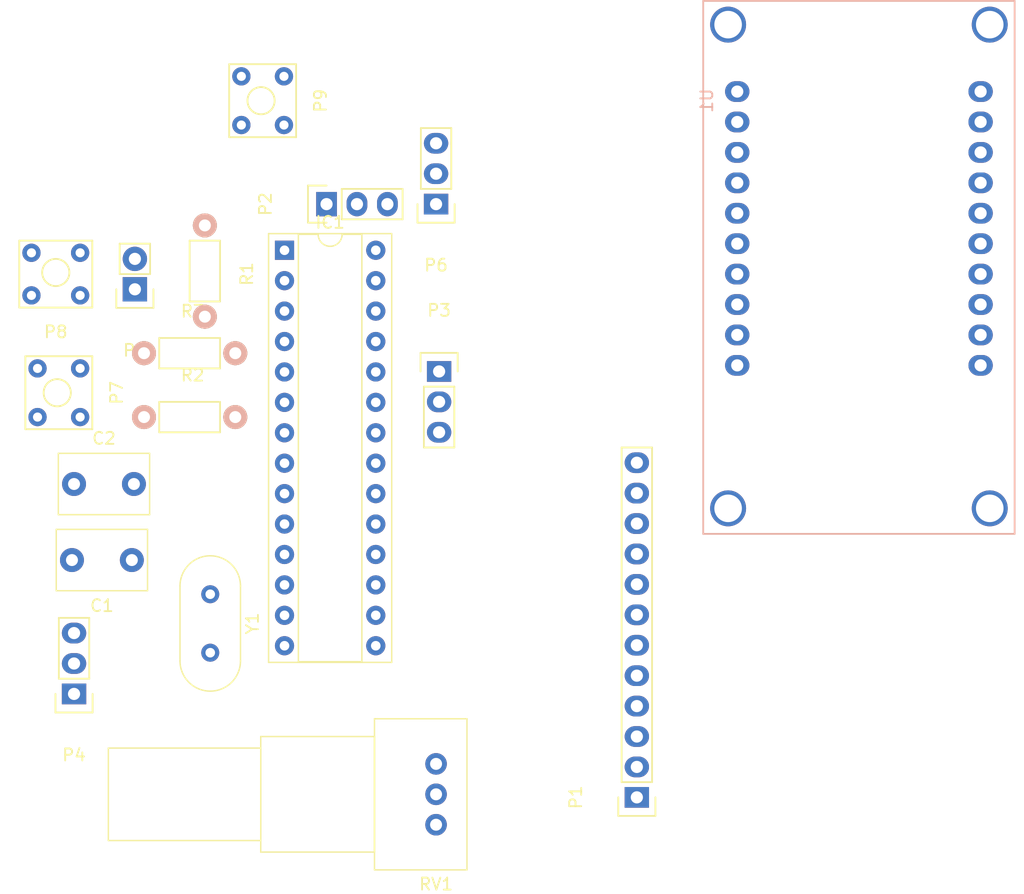
<source format=kicad_pcb>
(kicad_pcb (version 4) (host pcbnew 4.0.5+dfsg1-4)

  (general
    (links 56)
    (no_connects 56)
    (area 0 0 0 0)
    (thickness 1.6)
    (drawings 0)
    (tracks 0)
    (zones 0)
    (modules 18)
    (nets 46)
  )

  (page A4)
  (layers
    (0 F.Cu signal)
    (31 B.Cu signal)
    (32 B.Adhes user)
    (33 F.Adhes user)
    (34 B.Paste user)
    (35 F.Paste user)
    (36 B.SilkS user)
    (37 F.SilkS user)
    (38 B.Mask user)
    (39 F.Mask user)
    (40 Dwgs.User user)
    (41 Cmts.User user)
    (42 Eco1.User user)
    (43 Eco2.User user)
    (44 Edge.Cuts user)
    (45 Margin user)
    (46 B.CrtYd user)
    (47 F.CrtYd user)
    (48 B.Fab user)
    (49 F.Fab user)
  )

  (setup
    (last_trace_width 0.25)
    (trace_clearance 0.2)
    (zone_clearance 0.508)
    (zone_45_only no)
    (trace_min 0.2)
    (segment_width 0.2)
    (edge_width 0.1)
    (via_size 0.6)
    (via_drill 0.4)
    (via_min_size 0.4)
    (via_min_drill 0.3)
    (uvia_size 0.3)
    (uvia_drill 0.1)
    (uvias_allowed no)
    (uvia_min_size 0.2)
    (uvia_min_drill 0.1)
    (pcb_text_width 0.3)
    (pcb_text_size 1.5 1.5)
    (mod_edge_width 0.15)
    (mod_text_size 1 1)
    (mod_text_width 0.15)
    (pad_size 1.5 1.5)
    (pad_drill 0.6)
    (pad_to_mask_clearance 0)
    (aux_axis_origin 0 0)
    (visible_elements FFFFFF7F)
    (pcbplotparams
      (layerselection 0x00030_80000001)
      (usegerberextensions false)
      (excludeedgelayer true)
      (linewidth 0.100000)
      (plotframeref false)
      (viasonmask false)
      (mode 1)
      (useauxorigin false)
      (hpglpennumber 1)
      (hpglpenspeed 20)
      (hpglpendiameter 15)
      (hpglpenoverlay 2)
      (psnegative false)
      (psa4output false)
      (plotreference true)
      (plotvalue true)
      (plotinvisibletext false)
      (padsonsilk false)
      (subtractmaskfromsilk false)
      (outputformat 1)
      (mirror false)
      (drillshape 1)
      (scaleselection 1)
      (outputdirectory ""))
  )

  (net 0 "")
  (net 1 "Net-(C1-Pad1)")
  (net 2 GND)
  (net 3 "Net-(C2-Pad2)")
  (net 4 "Net-(IC1-Pad1)")
  (net 5 "Net-(IC1-Pad15)")
  (net 6 "Net-(IC1-Pad2)")
  (net 7 "Net-(IC1-Pad16)")
  (net 8 "Net-(IC1-Pad3)")
  (net 9 "Net-(IC1-Pad17)")
  (net 10 "Net-(IC1-Pad4)")
  (net 11 "Net-(IC1-Pad18)")
  (net 12 "Net-(IC1-Pad5)")
  (net 13 "Net-(IC1-Pad19)")
  (net 14 "Net-(IC1-Pad6)")
  (net 15 +5V)
  (net 16 "Net-(IC1-Pad23)")
  (net 17 "Net-(IC1-Pad24)")
  (net 18 "Net-(IC1-Pad11)")
  (net 19 "Net-(IC1-Pad25)")
  (net 20 "Net-(IC1-Pad12)")
  (net 21 "Net-(IC1-Pad26)")
  (net 22 "Net-(IC1-Pad13)")
  (net 23 "Net-(IC1-Pad27)")
  (net 24 "Net-(IC1-Pad14)")
  (net 25 "Net-(IC1-Pad28)")
  (net 26 "Net-(P1-Pad3)")
  (net 27 "Net-(P6-Pad2)")
  (net 28 "Net-(P6-Pad3)")
  (net 29 "Net-(P7-Pad3)")
  (net 30 "Net-(P7-Pad4)")
  (net 31 "Net-(P8-Pad3)")
  (net 32 "Net-(P8-Pad4)")
  (net 33 "Net-(P9-Pad3)")
  (net 34 "Net-(P9-Pad4)")
  (net 35 "Net-(U1-Pad7)")
  (net 36 "Net-(U1-Pad8)")
  (net 37 "Net-(U1-Pad11)")
  (net 38 "Net-(U1-Pad12)")
  (net 39 "Net-(U1-Pad13)")
  (net 40 "Net-(U1-Pad14)")
  (net 41 "Net-(U1-Pad15)")
  (net 42 "Net-(U1-Pad16)")
  (net 43 "Net-(U1-Pad17)")
  (net 44 "Net-(U1-Pad18)")
  (net 45 "Net-(U1-Pad19)")

  (net_class Default "This is the default net class."
    (clearance 0.2)
    (trace_width 0.25)
    (via_dia 0.6)
    (via_drill 0.4)
    (uvia_dia 0.3)
    (uvia_drill 0.1)
    (add_net +5V)
    (add_net GND)
    (add_net "Net-(C1-Pad1)")
    (add_net "Net-(C2-Pad2)")
    (add_net "Net-(IC1-Pad1)")
    (add_net "Net-(IC1-Pad11)")
    (add_net "Net-(IC1-Pad12)")
    (add_net "Net-(IC1-Pad13)")
    (add_net "Net-(IC1-Pad14)")
    (add_net "Net-(IC1-Pad15)")
    (add_net "Net-(IC1-Pad16)")
    (add_net "Net-(IC1-Pad17)")
    (add_net "Net-(IC1-Pad18)")
    (add_net "Net-(IC1-Pad19)")
    (add_net "Net-(IC1-Pad2)")
    (add_net "Net-(IC1-Pad23)")
    (add_net "Net-(IC1-Pad24)")
    (add_net "Net-(IC1-Pad25)")
    (add_net "Net-(IC1-Pad26)")
    (add_net "Net-(IC1-Pad27)")
    (add_net "Net-(IC1-Pad28)")
    (add_net "Net-(IC1-Pad3)")
    (add_net "Net-(IC1-Pad4)")
    (add_net "Net-(IC1-Pad5)")
    (add_net "Net-(IC1-Pad6)")
    (add_net "Net-(P1-Pad3)")
    (add_net "Net-(P6-Pad2)")
    (add_net "Net-(P6-Pad3)")
    (add_net "Net-(P7-Pad3)")
    (add_net "Net-(P7-Pad4)")
    (add_net "Net-(P8-Pad3)")
    (add_net "Net-(P8-Pad4)")
    (add_net "Net-(P9-Pad3)")
    (add_net "Net-(P9-Pad4)")
    (add_net "Net-(U1-Pad11)")
    (add_net "Net-(U1-Pad12)")
    (add_net "Net-(U1-Pad13)")
    (add_net "Net-(U1-Pad14)")
    (add_net "Net-(U1-Pad15)")
    (add_net "Net-(U1-Pad16)")
    (add_net "Net-(U1-Pad17)")
    (add_net "Net-(U1-Pad18)")
    (add_net "Net-(U1-Pad19)")
    (add_net "Net-(U1-Pad7)")
    (add_net "Net-(U1-Pad8)")
  )

  (module Capacitors_THT:C_Disc_D7.5mm_W5.0mm_P5.00mm (layer F.Cu) (tedit 597BC7C2) (tstamp 5B089E75)
    (at 127.254 70.866 180)
    (descr "C, Disc series, Radial, pin pitch=5.00mm, , diameter*width=7.5*5.0mm^2, Capacitor, http://www.vishay.com/docs/28535/vy2series.pdf")
    (tags "C Disc series Radial pin pitch 5.00mm  diameter 7.5mm width 5.0mm Capacitor")
    (path /5B05A901)
    (fp_text reference C1 (at 2.5 -3.81 180) (layer F.SilkS)
      (effects (font (size 1 1) (thickness 0.15)))
    )
    (fp_text value 22p (at 2.5 3.81 180) (layer F.Fab)
      (effects (font (size 1 1) (thickness 0.15)))
    )
    (fp_line (start -1.25 -2.5) (end -1.25 2.5) (layer F.Fab) (width 0.1))
    (fp_line (start -1.25 2.5) (end 6.25 2.5) (layer F.Fab) (width 0.1))
    (fp_line (start 6.25 2.5) (end 6.25 -2.5) (layer F.Fab) (width 0.1))
    (fp_line (start 6.25 -2.5) (end -1.25 -2.5) (layer F.Fab) (width 0.1))
    (fp_line (start -1.31 -2.56) (end 6.31 -2.56) (layer F.SilkS) (width 0.12))
    (fp_line (start -1.31 2.56) (end 6.31 2.56) (layer F.SilkS) (width 0.12))
    (fp_line (start -1.31 -2.56) (end -1.31 2.56) (layer F.SilkS) (width 0.12))
    (fp_line (start 6.31 -2.56) (end 6.31 2.56) (layer F.SilkS) (width 0.12))
    (fp_line (start -1.6 -2.85) (end -1.6 2.85) (layer F.CrtYd) (width 0.05))
    (fp_line (start -1.6 2.85) (end 6.6 2.85) (layer F.CrtYd) (width 0.05))
    (fp_line (start 6.6 2.85) (end 6.6 -2.85) (layer F.CrtYd) (width 0.05))
    (fp_line (start 6.6 -2.85) (end -1.6 -2.85) (layer F.CrtYd) (width 0.05))
    (fp_text user %R (at 2.5 0 180) (layer F.Fab)
      (effects (font (size 1 1) (thickness 0.15)))
    )
    (pad 1 thru_hole circle (at 0 0 180) (size 2 2) (drill 1) (layers *.Cu *.Mask)
      (net 1 "Net-(C1-Pad1)"))
    (pad 2 thru_hole circle (at 5 0 180) (size 2 2) (drill 1) (layers *.Cu *.Mask)
      (net 2 GND))
    (model ${KISYS3DMOD}/Capacitors_THT.3dshapes/C_Disc_D7.5mm_W5.0mm_P5.00mm.wrl
      (at (xyz 0 0 0))
      (scale (xyz 1 1 1))
      (rotate (xyz 0 0 0))
    )
  )

  (module Capacitors_THT:C_Disc_D7.5mm_W5.0mm_P5.00mm (layer F.Cu) (tedit 597BC7C2) (tstamp 5B089E7B)
    (at 122.428 64.516)
    (descr "C, Disc series, Radial, pin pitch=5.00mm, , diameter*width=7.5*5.0mm^2, Capacitor, http://www.vishay.com/docs/28535/vy2series.pdf")
    (tags "C Disc series Radial pin pitch 5.00mm  diameter 7.5mm width 5.0mm Capacitor")
    (path /5B05A955)
    (fp_text reference C2 (at 2.5 -3.81) (layer F.SilkS)
      (effects (font (size 1 1) (thickness 0.15)))
    )
    (fp_text value 22p (at 2.5 3.81) (layer F.Fab)
      (effects (font (size 1 1) (thickness 0.15)))
    )
    (fp_line (start -1.25 -2.5) (end -1.25 2.5) (layer F.Fab) (width 0.1))
    (fp_line (start -1.25 2.5) (end 6.25 2.5) (layer F.Fab) (width 0.1))
    (fp_line (start 6.25 2.5) (end 6.25 -2.5) (layer F.Fab) (width 0.1))
    (fp_line (start 6.25 -2.5) (end -1.25 -2.5) (layer F.Fab) (width 0.1))
    (fp_line (start -1.31 -2.56) (end 6.31 -2.56) (layer F.SilkS) (width 0.12))
    (fp_line (start -1.31 2.56) (end 6.31 2.56) (layer F.SilkS) (width 0.12))
    (fp_line (start -1.31 -2.56) (end -1.31 2.56) (layer F.SilkS) (width 0.12))
    (fp_line (start 6.31 -2.56) (end 6.31 2.56) (layer F.SilkS) (width 0.12))
    (fp_line (start -1.6 -2.85) (end -1.6 2.85) (layer F.CrtYd) (width 0.05))
    (fp_line (start -1.6 2.85) (end 6.6 2.85) (layer F.CrtYd) (width 0.05))
    (fp_line (start 6.6 2.85) (end 6.6 -2.85) (layer F.CrtYd) (width 0.05))
    (fp_line (start 6.6 -2.85) (end -1.6 -2.85) (layer F.CrtYd) (width 0.05))
    (fp_text user %R (at 2.5 0) (layer F.Fab)
      (effects (font (size 1 1) (thickness 0.15)))
    )
    (pad 1 thru_hole circle (at 0 0) (size 2 2) (drill 1) (layers *.Cu *.Mask)
      (net 2 GND))
    (pad 2 thru_hole circle (at 5 0) (size 2 2) (drill 1) (layers *.Cu *.Mask)
      (net 3 "Net-(C2-Pad2)"))
    (model ${KISYS3DMOD}/Capacitors_THT.3dshapes/C_Disc_D7.5mm_W5.0mm_P5.00mm.wrl
      (at (xyz 0 0 0))
      (scale (xyz 1 1 1))
      (rotate (xyz 0 0 0))
    )
  )

  (module Housings_DIP:DIP-28_W7.62mm_Socket (layer F.Cu) (tedit 59C78D6B) (tstamp 5B089E9B)
    (at 140 45)
    (descr "28-lead though-hole mounted DIP package, row spacing 7.62 mm (300 mils), Socket")
    (tags "THT DIP DIL PDIP 2.54mm 7.62mm 300mil Socket")
    (path /5B05A6CC)
    (fp_text reference IC1 (at 3.81 -2.33) (layer F.SilkS)
      (effects (font (size 1 1) (thickness 0.15)))
    )
    (fp_text value ATMEGA328P-P (at 3.81 35.35) (layer F.Fab)
      (effects (font (size 1 1) (thickness 0.15)))
    )
    (fp_arc (start 3.81 -1.33) (end 2.81 -1.33) (angle -180) (layer F.SilkS) (width 0.12))
    (fp_line (start 1.635 -1.27) (end 6.985 -1.27) (layer F.Fab) (width 0.1))
    (fp_line (start 6.985 -1.27) (end 6.985 34.29) (layer F.Fab) (width 0.1))
    (fp_line (start 6.985 34.29) (end 0.635 34.29) (layer F.Fab) (width 0.1))
    (fp_line (start 0.635 34.29) (end 0.635 -0.27) (layer F.Fab) (width 0.1))
    (fp_line (start 0.635 -0.27) (end 1.635 -1.27) (layer F.Fab) (width 0.1))
    (fp_line (start -1.27 -1.33) (end -1.27 34.35) (layer F.Fab) (width 0.1))
    (fp_line (start -1.27 34.35) (end 8.89 34.35) (layer F.Fab) (width 0.1))
    (fp_line (start 8.89 34.35) (end 8.89 -1.33) (layer F.Fab) (width 0.1))
    (fp_line (start 8.89 -1.33) (end -1.27 -1.33) (layer F.Fab) (width 0.1))
    (fp_line (start 2.81 -1.33) (end 1.16 -1.33) (layer F.SilkS) (width 0.12))
    (fp_line (start 1.16 -1.33) (end 1.16 34.35) (layer F.SilkS) (width 0.12))
    (fp_line (start 1.16 34.35) (end 6.46 34.35) (layer F.SilkS) (width 0.12))
    (fp_line (start 6.46 34.35) (end 6.46 -1.33) (layer F.SilkS) (width 0.12))
    (fp_line (start 6.46 -1.33) (end 4.81 -1.33) (layer F.SilkS) (width 0.12))
    (fp_line (start -1.33 -1.39) (end -1.33 34.41) (layer F.SilkS) (width 0.12))
    (fp_line (start -1.33 34.41) (end 8.95 34.41) (layer F.SilkS) (width 0.12))
    (fp_line (start 8.95 34.41) (end 8.95 -1.39) (layer F.SilkS) (width 0.12))
    (fp_line (start 8.95 -1.39) (end -1.33 -1.39) (layer F.SilkS) (width 0.12))
    (fp_line (start -1.55 -1.6) (end -1.55 34.65) (layer F.CrtYd) (width 0.05))
    (fp_line (start -1.55 34.65) (end 9.15 34.65) (layer F.CrtYd) (width 0.05))
    (fp_line (start 9.15 34.65) (end 9.15 -1.6) (layer F.CrtYd) (width 0.05))
    (fp_line (start 9.15 -1.6) (end -1.55 -1.6) (layer F.CrtYd) (width 0.05))
    (fp_text user %R (at 3.81 16.51) (layer F.Fab)
      (effects (font (size 1 1) (thickness 0.15)))
    )
    (pad 1 thru_hole rect (at 0 0) (size 1.6 1.6) (drill 0.8) (layers *.Cu *.Mask)
      (net 4 "Net-(IC1-Pad1)"))
    (pad 15 thru_hole oval (at 7.62 33.02) (size 1.6 1.6) (drill 0.8) (layers *.Cu *.Mask)
      (net 5 "Net-(IC1-Pad15)"))
    (pad 2 thru_hole oval (at 0 2.54) (size 1.6 1.6) (drill 0.8) (layers *.Cu *.Mask)
      (net 6 "Net-(IC1-Pad2)"))
    (pad 16 thru_hole oval (at 7.62 30.48) (size 1.6 1.6) (drill 0.8) (layers *.Cu *.Mask)
      (net 7 "Net-(IC1-Pad16)"))
    (pad 3 thru_hole oval (at 0 5.08) (size 1.6 1.6) (drill 0.8) (layers *.Cu *.Mask)
      (net 8 "Net-(IC1-Pad3)"))
    (pad 17 thru_hole oval (at 7.62 27.94) (size 1.6 1.6) (drill 0.8) (layers *.Cu *.Mask)
      (net 9 "Net-(IC1-Pad17)"))
    (pad 4 thru_hole oval (at 0 7.62) (size 1.6 1.6) (drill 0.8) (layers *.Cu *.Mask)
      (net 10 "Net-(IC1-Pad4)"))
    (pad 18 thru_hole oval (at 7.62 25.4) (size 1.6 1.6) (drill 0.8) (layers *.Cu *.Mask)
      (net 11 "Net-(IC1-Pad18)"))
    (pad 5 thru_hole oval (at 0 10.16) (size 1.6 1.6) (drill 0.8) (layers *.Cu *.Mask)
      (net 12 "Net-(IC1-Pad5)"))
    (pad 19 thru_hole oval (at 7.62 22.86) (size 1.6 1.6) (drill 0.8) (layers *.Cu *.Mask)
      (net 13 "Net-(IC1-Pad19)"))
    (pad 6 thru_hole oval (at 0 12.7) (size 1.6 1.6) (drill 0.8) (layers *.Cu *.Mask)
      (net 14 "Net-(IC1-Pad6)"))
    (pad 20 thru_hole oval (at 7.62 20.32) (size 1.6 1.6) (drill 0.8) (layers *.Cu *.Mask)
      (net 15 +5V))
    (pad 7 thru_hole oval (at 0 15.24) (size 1.6 1.6) (drill 0.8) (layers *.Cu *.Mask)
      (net 15 +5V))
    (pad 21 thru_hole oval (at 7.62 17.78) (size 1.6 1.6) (drill 0.8) (layers *.Cu *.Mask)
      (net 15 +5V))
    (pad 8 thru_hole oval (at 0 17.78) (size 1.6 1.6) (drill 0.8) (layers *.Cu *.Mask)
      (net 2 GND))
    (pad 22 thru_hole oval (at 7.62 15.24) (size 1.6 1.6) (drill 0.8) (layers *.Cu *.Mask)
      (net 2 GND))
    (pad 9 thru_hole oval (at 0 20.32) (size 1.6 1.6) (drill 0.8) (layers *.Cu *.Mask)
      (net 3 "Net-(C2-Pad2)"))
    (pad 23 thru_hole oval (at 7.62 12.7) (size 1.6 1.6) (drill 0.8) (layers *.Cu *.Mask)
      (net 16 "Net-(IC1-Pad23)"))
    (pad 10 thru_hole oval (at 0 22.86) (size 1.6 1.6) (drill 0.8) (layers *.Cu *.Mask)
      (net 1 "Net-(C1-Pad1)"))
    (pad 24 thru_hole oval (at 7.62 10.16) (size 1.6 1.6) (drill 0.8) (layers *.Cu *.Mask)
      (net 17 "Net-(IC1-Pad24)"))
    (pad 11 thru_hole oval (at 0 25.4) (size 1.6 1.6) (drill 0.8) (layers *.Cu *.Mask)
      (net 18 "Net-(IC1-Pad11)"))
    (pad 25 thru_hole oval (at 7.62 7.62) (size 1.6 1.6) (drill 0.8) (layers *.Cu *.Mask)
      (net 19 "Net-(IC1-Pad25)"))
    (pad 12 thru_hole oval (at 0 27.94) (size 1.6 1.6) (drill 0.8) (layers *.Cu *.Mask)
      (net 20 "Net-(IC1-Pad12)"))
    (pad 26 thru_hole oval (at 7.62 5.08) (size 1.6 1.6) (drill 0.8) (layers *.Cu *.Mask)
      (net 21 "Net-(IC1-Pad26)"))
    (pad 13 thru_hole oval (at 0 30.48) (size 1.6 1.6) (drill 0.8) (layers *.Cu *.Mask)
      (net 22 "Net-(IC1-Pad13)"))
    (pad 27 thru_hole oval (at 7.62 2.54) (size 1.6 1.6) (drill 0.8) (layers *.Cu *.Mask)
      (net 23 "Net-(IC1-Pad27)"))
    (pad 14 thru_hole oval (at 0 33.02) (size 1.6 1.6) (drill 0.8) (layers *.Cu *.Mask)
      (net 24 "Net-(IC1-Pad14)"))
    (pad 28 thru_hole oval (at 7.62 0) (size 1.6 1.6) (drill 0.8) (layers *.Cu *.Mask)
      (net 25 "Net-(IC1-Pad28)"))
    (model ${KISYS3DMOD}/Housings_DIP.3dshapes/DIP-28_W7.62mm_Socket.wrl
      (at (xyz 0 0 0))
      (scale (xyz 1 1 1))
      (rotate (xyz 0 0 0))
    )
  )

  (module Socket_Strips:Socket_Strip_Straight_1x12 (layer F.Cu) (tedit 0) (tstamp 5B089EAB)
    (at 169.418 90.678 90)
    (descr "Through hole socket strip")
    (tags "socket strip")
    (path /5B05D4D5)
    (fp_text reference P1 (at 0 -5.1 90) (layer F.SilkS)
      (effects (font (size 1 1) (thickness 0.15)))
    )
    (fp_text value CONN_01X12 (at 0 -3.1 90) (layer F.Fab)
      (effects (font (size 1 1) (thickness 0.15)))
    )
    (fp_line (start -1.75 -1.75) (end -1.75 1.75) (layer F.CrtYd) (width 0.05))
    (fp_line (start 29.7 -1.75) (end 29.7 1.75) (layer F.CrtYd) (width 0.05))
    (fp_line (start -1.75 -1.75) (end 29.7 -1.75) (layer F.CrtYd) (width 0.05))
    (fp_line (start -1.75 1.75) (end 29.7 1.75) (layer F.CrtYd) (width 0.05))
    (fp_line (start 1.27 1.27) (end 29.21 1.27) (layer F.SilkS) (width 0.15))
    (fp_line (start 29.21 1.27) (end 29.21 -1.27) (layer F.SilkS) (width 0.15))
    (fp_line (start 29.21 -1.27) (end 1.27 -1.27) (layer F.SilkS) (width 0.15))
    (fp_line (start -1.55 1.55) (end 0 1.55) (layer F.SilkS) (width 0.15))
    (fp_line (start 1.27 1.27) (end 1.27 -1.27) (layer F.SilkS) (width 0.15))
    (fp_line (start 0 -1.55) (end -1.55 -1.55) (layer F.SilkS) (width 0.15))
    (fp_line (start -1.55 -1.55) (end -1.55 1.55) (layer F.SilkS) (width 0.15))
    (pad 1 thru_hole rect (at 0 0 90) (size 1.7272 2.032) (drill 1.016) (layers *.Cu *.Mask)
      (net 15 +5V))
    (pad 2 thru_hole oval (at 2.54 0 90) (size 1.7272 2.032) (drill 1.016) (layers *.Cu *.Mask)
      (net 2 GND))
    (pad 3 thru_hole oval (at 5.08 0 90) (size 1.7272 2.032) (drill 1.016) (layers *.Cu *.Mask)
      (net 26 "Net-(P1-Pad3)"))
    (pad 4 thru_hole oval (at 7.62 0 90) (size 1.7272 2.032) (drill 1.016) (layers *.Cu *.Mask)
      (net 24 "Net-(IC1-Pad14)"))
    (pad 5 thru_hole oval (at 10.16 0 90) (size 1.7272 2.032) (drill 1.016) (layers *.Cu *.Mask)
      (net 22 "Net-(IC1-Pad13)"))
    (pad 6 thru_hole oval (at 12.7 0 90) (size 1.7272 2.032) (drill 1.016) (layers *.Cu *.Mask)
      (net 5 "Net-(IC1-Pad15)"))
    (pad 7 thru_hole oval (at 15.24 0 90) (size 1.7272 2.032) (drill 1.016) (layers *.Cu *.Mask)
      (net 7 "Net-(IC1-Pad16)"))
    (pad 8 thru_hole oval (at 17.78 0 90) (size 1.7272 2.032) (drill 1.016) (layers *.Cu *.Mask)
      (net 9 "Net-(IC1-Pad17)"))
    (pad 9 thru_hole oval (at 20.32 0 90) (size 1.7272 2.032) (drill 1.016) (layers *.Cu *.Mask)
      (net 11 "Net-(IC1-Pad18)"))
    (pad 10 thru_hole oval (at 22.86 0 90) (size 1.7272 2.032) (drill 1.016) (layers *.Cu *.Mask)
      (net 13 "Net-(IC1-Pad19)"))
    (pad 11 thru_hole oval (at 25.4 0 90) (size 1.7272 2.032) (drill 1.016) (layers *.Cu *.Mask)
      (net 15 +5V))
    (pad 12 thru_hole oval (at 27.94 0 90) (size 1.7272 2.032) (drill 1.016) (layers *.Cu *.Mask)
      (net 2 GND))
    (model Socket_Strips.3dshapes/Socket_Strip_Straight_1x12.wrl
      (at (xyz 0.55 0 0))
      (scale (xyz 1 1 1))
      (rotate (xyz 0 0 180))
    )
  )

  (module Pin_Headers:Pin_Header_Straight_1x03 (layer F.Cu) (tedit 0) (tstamp 5B089EB2)
    (at 143.51 41.148 90)
    (descr "Through hole pin header")
    (tags "pin header")
    (path /5B05ECC3)
    (fp_text reference P2 (at 0 -5.1 90) (layer F.SilkS)
      (effects (font (size 1 1) (thickness 0.15)))
    )
    (fp_text value CONN_01X03 (at 0 -3.1 90) (layer F.Fab)
      (effects (font (size 1 1) (thickness 0.15)))
    )
    (fp_line (start -1.75 -1.75) (end -1.75 6.85) (layer F.CrtYd) (width 0.05))
    (fp_line (start 1.75 -1.75) (end 1.75 6.85) (layer F.CrtYd) (width 0.05))
    (fp_line (start -1.75 -1.75) (end 1.75 -1.75) (layer F.CrtYd) (width 0.05))
    (fp_line (start -1.75 6.85) (end 1.75 6.85) (layer F.CrtYd) (width 0.05))
    (fp_line (start -1.27 1.27) (end -1.27 6.35) (layer F.SilkS) (width 0.15))
    (fp_line (start -1.27 6.35) (end 1.27 6.35) (layer F.SilkS) (width 0.15))
    (fp_line (start 1.27 6.35) (end 1.27 1.27) (layer F.SilkS) (width 0.15))
    (fp_line (start 1.55 -1.55) (end 1.55 0) (layer F.SilkS) (width 0.15))
    (fp_line (start 1.27 1.27) (end -1.27 1.27) (layer F.SilkS) (width 0.15))
    (fp_line (start -1.55 0) (end -1.55 -1.55) (layer F.SilkS) (width 0.15))
    (fp_line (start -1.55 -1.55) (end 1.55 -1.55) (layer F.SilkS) (width 0.15))
    (pad 1 thru_hole rect (at 0 0 90) (size 2.032 1.7272) (drill 1.016) (layers *.Cu *.Mask)
      (net 6 "Net-(IC1-Pad2)"))
    (pad 2 thru_hole oval (at 0 2.54 90) (size 2.032 1.7272) (drill 1.016) (layers *.Cu *.Mask)
      (net 8 "Net-(IC1-Pad3)"))
    (pad 3 thru_hole oval (at 0 5.08 90) (size 2.032 1.7272) (drill 1.016) (layers *.Cu *.Mask)
      (net 2 GND))
    (model Pin_Headers.3dshapes/Pin_Header_Straight_1x03.wrl
      (at (xyz 0 -0.1 0))
      (scale (xyz 1 1 1))
      (rotate (xyz 0 0 90))
    )
  )

  (module Pin_Headers:Pin_Header_Straight_1x03 (layer F.Cu) (tedit 0) (tstamp 5B089EB9)
    (at 152.908 55.118)
    (descr "Through hole pin header")
    (tags "pin header")
    (path /5B075315)
    (fp_text reference P3 (at 0 -5.1) (layer F.SilkS)
      (effects (font (size 1 1) (thickness 0.15)))
    )
    (fp_text value CONN_01X03 (at 0 -3.1) (layer F.Fab)
      (effects (font (size 1 1) (thickness 0.15)))
    )
    (fp_line (start -1.75 -1.75) (end -1.75 6.85) (layer F.CrtYd) (width 0.05))
    (fp_line (start 1.75 -1.75) (end 1.75 6.85) (layer F.CrtYd) (width 0.05))
    (fp_line (start -1.75 -1.75) (end 1.75 -1.75) (layer F.CrtYd) (width 0.05))
    (fp_line (start -1.75 6.85) (end 1.75 6.85) (layer F.CrtYd) (width 0.05))
    (fp_line (start -1.27 1.27) (end -1.27 6.35) (layer F.SilkS) (width 0.15))
    (fp_line (start -1.27 6.35) (end 1.27 6.35) (layer F.SilkS) (width 0.15))
    (fp_line (start 1.27 6.35) (end 1.27 1.27) (layer F.SilkS) (width 0.15))
    (fp_line (start 1.55 -1.55) (end 1.55 0) (layer F.SilkS) (width 0.15))
    (fp_line (start 1.27 1.27) (end -1.27 1.27) (layer F.SilkS) (width 0.15))
    (fp_line (start -1.55 0) (end -1.55 -1.55) (layer F.SilkS) (width 0.15))
    (fp_line (start -1.55 -1.55) (end 1.55 -1.55) (layer F.SilkS) (width 0.15))
    (pad 1 thru_hole rect (at 0 0) (size 2.032 1.7272) (drill 1.016) (layers *.Cu *.Mask)
      (net 17 "Net-(IC1-Pad24)"))
    (pad 2 thru_hole oval (at 0 2.54) (size 2.032 1.7272) (drill 1.016) (layers *.Cu *.Mask)
      (net 16 "Net-(IC1-Pad23)"))
    (pad 3 thru_hole oval (at 0 5.08) (size 2.032 1.7272) (drill 1.016) (layers *.Cu *.Mask)
      (net 2 GND))
    (model Pin_Headers.3dshapes/Pin_Header_Straight_1x03.wrl
      (at (xyz 0 -0.1 0))
      (scale (xyz 1 1 1))
      (rotate (xyz 0 0 90))
    )
  )

  (module Pin_Headers:Pin_Header_Straight_1x03 (layer F.Cu) (tedit 0) (tstamp 5B089EC0)
    (at 122.428 82.042 180)
    (descr "Through hole pin header")
    (tags "pin header")
    (path /5B05E774)
    (fp_text reference P4 (at 0 -5.1 180) (layer F.SilkS)
      (effects (font (size 1 1) (thickness 0.15)))
    )
    (fp_text value CONN_01X03 (at 0 -3.1 180) (layer F.Fab)
      (effects (font (size 1 1) (thickness 0.15)))
    )
    (fp_line (start -1.75 -1.75) (end -1.75 6.85) (layer F.CrtYd) (width 0.05))
    (fp_line (start 1.75 -1.75) (end 1.75 6.85) (layer F.CrtYd) (width 0.05))
    (fp_line (start -1.75 -1.75) (end 1.75 -1.75) (layer F.CrtYd) (width 0.05))
    (fp_line (start -1.75 6.85) (end 1.75 6.85) (layer F.CrtYd) (width 0.05))
    (fp_line (start -1.27 1.27) (end -1.27 6.35) (layer F.SilkS) (width 0.15))
    (fp_line (start -1.27 6.35) (end 1.27 6.35) (layer F.SilkS) (width 0.15))
    (fp_line (start 1.27 6.35) (end 1.27 1.27) (layer F.SilkS) (width 0.15))
    (fp_line (start 1.55 -1.55) (end 1.55 0) (layer F.SilkS) (width 0.15))
    (fp_line (start 1.27 1.27) (end -1.27 1.27) (layer F.SilkS) (width 0.15))
    (fp_line (start -1.55 0) (end -1.55 -1.55) (layer F.SilkS) (width 0.15))
    (fp_line (start -1.55 -1.55) (end 1.55 -1.55) (layer F.SilkS) (width 0.15))
    (pad 1 thru_hole rect (at 0 0 180) (size 2.032 1.7272) (drill 1.016) (layers *.Cu *.Mask)
      (net 2 GND))
    (pad 2 thru_hole oval (at 0 2.54 180) (size 2.032 1.7272) (drill 1.016) (layers *.Cu *.Mask)
      (net 2 GND))
    (pad 3 thru_hole oval (at 0 5.08 180) (size 2.032 1.7272) (drill 1.016) (layers *.Cu *.Mask)
      (net 2 GND))
    (model Pin_Headers.3dshapes/Pin_Header_Straight_1x03.wrl
      (at (xyz 0 -0.1 0))
      (scale (xyz 1 1 1))
      (rotate (xyz 0 0 90))
    )
  )

  (module Pin_Headers:Pin_Header_Straight_1x02 (layer F.Cu) (tedit 54EA090C) (tstamp 5B089EC6)
    (at 127.508 48.26 180)
    (descr "Through hole pin header")
    (tags "pin header")
    (path /5B073A4B)
    (fp_text reference P5 (at 0 -5.1 180) (layer F.SilkS)
      (effects (font (size 1 1) (thickness 0.15)))
    )
    (fp_text value CONN_01X02 (at 0 -3.1 180) (layer F.Fab)
      (effects (font (size 1 1) (thickness 0.15)))
    )
    (fp_line (start 1.27 1.27) (end 1.27 3.81) (layer F.SilkS) (width 0.15))
    (fp_line (start 1.55 -1.55) (end 1.55 0) (layer F.SilkS) (width 0.15))
    (fp_line (start -1.75 -1.75) (end -1.75 4.3) (layer F.CrtYd) (width 0.05))
    (fp_line (start 1.75 -1.75) (end 1.75 4.3) (layer F.CrtYd) (width 0.05))
    (fp_line (start -1.75 -1.75) (end 1.75 -1.75) (layer F.CrtYd) (width 0.05))
    (fp_line (start -1.75 4.3) (end 1.75 4.3) (layer F.CrtYd) (width 0.05))
    (fp_line (start 1.27 1.27) (end -1.27 1.27) (layer F.SilkS) (width 0.15))
    (fp_line (start -1.55 0) (end -1.55 -1.55) (layer F.SilkS) (width 0.15))
    (fp_line (start -1.55 -1.55) (end 1.55 -1.55) (layer F.SilkS) (width 0.15))
    (fp_line (start -1.27 1.27) (end -1.27 3.81) (layer F.SilkS) (width 0.15))
    (fp_line (start -1.27 3.81) (end 1.27 3.81) (layer F.SilkS) (width 0.15))
    (pad 1 thru_hole rect (at 0 0 180) (size 2.032 2.032) (drill 1.016) (layers *.Cu *.Mask)
      (net 15 +5V))
    (pad 2 thru_hole oval (at 0 2.54 180) (size 2.032 2.032) (drill 1.016) (layers *.Cu *.Mask)
      (net 2 GND))
    (model Pin_Headers.3dshapes/Pin_Header_Straight_1x02.wrl
      (at (xyz 0 -0.05 0))
      (scale (xyz 1 1 1))
      (rotate (xyz 0 0 90))
    )
  )

  (module Pin_Headers:Pin_Header_Straight_1x03 (layer F.Cu) (tedit 0) (tstamp 5B089ECD)
    (at 152.654 41.148 180)
    (descr "Through hole pin header")
    (tags "pin header")
    (path /5B079094)
    (fp_text reference P6 (at 0 -5.1 180) (layer F.SilkS)
      (effects (font (size 1 1) (thickness 0.15)))
    )
    (fp_text value CONN_01X03 (at 0 -3.1 180) (layer F.Fab)
      (effects (font (size 1 1) (thickness 0.15)))
    )
    (fp_line (start -1.75 -1.75) (end -1.75 6.85) (layer F.CrtYd) (width 0.05))
    (fp_line (start 1.75 -1.75) (end 1.75 6.85) (layer F.CrtYd) (width 0.05))
    (fp_line (start -1.75 -1.75) (end 1.75 -1.75) (layer F.CrtYd) (width 0.05))
    (fp_line (start -1.75 6.85) (end 1.75 6.85) (layer F.CrtYd) (width 0.05))
    (fp_line (start -1.27 1.27) (end -1.27 6.35) (layer F.SilkS) (width 0.15))
    (fp_line (start -1.27 6.35) (end 1.27 6.35) (layer F.SilkS) (width 0.15))
    (fp_line (start 1.27 6.35) (end 1.27 1.27) (layer F.SilkS) (width 0.15))
    (fp_line (start 1.55 -1.55) (end 1.55 0) (layer F.SilkS) (width 0.15))
    (fp_line (start 1.27 1.27) (end -1.27 1.27) (layer F.SilkS) (width 0.15))
    (fp_line (start -1.55 0) (end -1.55 -1.55) (layer F.SilkS) (width 0.15))
    (fp_line (start -1.55 -1.55) (end 1.55 -1.55) (layer F.SilkS) (width 0.15))
    (pad 1 thru_hole rect (at 0 0 180) (size 2.032 1.7272) (drill 1.016) (layers *.Cu *.Mask)
      (net 2 GND))
    (pad 2 thru_hole oval (at 0 2.54 180) (size 2.032 1.7272) (drill 1.016) (layers *.Cu *.Mask)
      (net 27 "Net-(P6-Pad2)"))
    (pad 3 thru_hole oval (at 0 5.08 180) (size 2.032 1.7272) (drill 1.016) (layers *.Cu *.Mask)
      (net 28 "Net-(P6-Pad3)"))
    (model Pin_Headers.3dshapes/Pin_Header_Straight_1x03.wrl
      (at (xyz 0 -0.1 0))
      (scale (xyz 1 1 1))
      (rotate (xyz 0 0 90))
    )
  )

  (module uCLCD:p_button (layer F.Cu) (tedit 5B070D27) (tstamp 5B089EDA)
    (at 120.904 56.896 270)
    (path /5B078A3C)
    (fp_text reference P7 (at 0 -5.08 270) (layer F.SilkS)
      (effects (font (size 1 1) (thickness 0.15)))
    )
    (fp_text value p_button (at 0 3.81 270) (layer F.Fab)
      (effects (font (size 1 1) (thickness 0.15)))
    )
    (fp_circle (center 0 -0.119922) (end 1.016 0.388078) (layer F.SilkS) (width 0.15))
    (fp_line (start -3.048 2.54) (end -3.048 -3.048) (layer F.SilkS) (width 0.15))
    (fp_line (start 3.048 2.54) (end -3.048 2.54) (layer F.SilkS) (width 0.15))
    (fp_line (start 3.048 -3.048) (end 3.048 2.54) (layer F.SilkS) (width 0.15))
    (fp_line (start -3.048 -3.048) (end 3.048 -3.048) (layer F.SilkS) (width 0.15))
    (pad 1 thru_hole circle (at 2.032 -2.032 270) (size 1.524 1.524) (drill 0.762) (layers *.Cu *.Mask)
      (net 12 "Net-(IC1-Pad5)"))
    (pad 2 thru_hole circle (at -2.032 -2.032 270) (size 1.524 1.524) (drill 0.762) (layers *.Cu *.Mask)
      (net 2 GND))
    (pad 3 thru_hole circle (at -2.032 1.524 270) (size 1.524 1.524) (drill 0.762) (layers *.Cu *.Mask)
      (net 29 "Net-(P7-Pad3)"))
    (pad 4 thru_hole circle (at 2.032 1.524 270) (size 1.524 1.524) (drill 0.762) (layers *.Cu *.Mask)
      (net 30 "Net-(P7-Pad4)"))
  )

  (module uCLCD:p_button (layer F.Cu) (tedit 5B070D27) (tstamp 5B089EE7)
    (at 120.904 46.736 180)
    (path /5B0785DC)
    (fp_text reference P8 (at 0 -5.08 180) (layer F.SilkS)
      (effects (font (size 1 1) (thickness 0.15)))
    )
    (fp_text value p_button (at 0 3.81 180) (layer F.Fab)
      (effects (font (size 1 1) (thickness 0.15)))
    )
    (fp_circle (center 0 -0.119922) (end 1.016 0.388078) (layer F.SilkS) (width 0.15))
    (fp_line (start -3.048 2.54) (end -3.048 -3.048) (layer F.SilkS) (width 0.15))
    (fp_line (start 3.048 2.54) (end -3.048 2.54) (layer F.SilkS) (width 0.15))
    (fp_line (start 3.048 -3.048) (end 3.048 2.54) (layer F.SilkS) (width 0.15))
    (fp_line (start -3.048 -3.048) (end 3.048 -3.048) (layer F.SilkS) (width 0.15))
    (pad 1 thru_hole circle (at 2.032 -2.032 180) (size 1.524 1.524) (drill 0.762) (layers *.Cu *.Mask)
      (net 10 "Net-(IC1-Pad4)"))
    (pad 2 thru_hole circle (at -2.032 -2.032 180) (size 1.524 1.524) (drill 0.762) (layers *.Cu *.Mask)
      (net 2 GND))
    (pad 3 thru_hole circle (at -2.032 1.524 180) (size 1.524 1.524) (drill 0.762) (layers *.Cu *.Mask)
      (net 31 "Net-(P8-Pad3)"))
    (pad 4 thru_hole circle (at 2.032 1.524 180) (size 1.524 1.524) (drill 0.762) (layers *.Cu *.Mask)
      (net 32 "Net-(P8-Pad4)"))
  )

  (module uCLCD:p_button (layer F.Cu) (tedit 5B070D27) (tstamp 5B089EF4)
    (at 137.922 32.512 270)
    (path /5B077C3B)
    (fp_text reference P9 (at 0 -5.08 270) (layer F.SilkS)
      (effects (font (size 1 1) (thickness 0.15)))
    )
    (fp_text value p_button (at 0 3.81 270) (layer F.Fab)
      (effects (font (size 1 1) (thickness 0.15)))
    )
    (fp_circle (center 0 -0.119922) (end 1.016 0.388078) (layer F.SilkS) (width 0.15))
    (fp_line (start -3.048 2.54) (end -3.048 -3.048) (layer F.SilkS) (width 0.15))
    (fp_line (start 3.048 2.54) (end -3.048 2.54) (layer F.SilkS) (width 0.15))
    (fp_line (start 3.048 -3.048) (end 3.048 2.54) (layer F.SilkS) (width 0.15))
    (fp_line (start -3.048 -3.048) (end 3.048 -3.048) (layer F.SilkS) (width 0.15))
    (pad 1 thru_hole circle (at 2.032 -2.032 270) (size 1.524 1.524) (drill 0.762) (layers *.Cu *.Mask)
      (net 4 "Net-(IC1-Pad1)"))
    (pad 2 thru_hole circle (at -2.032 -2.032 270) (size 1.524 1.524) (drill 0.762) (layers *.Cu *.Mask)
      (net 2 GND))
    (pad 3 thru_hole circle (at -2.032 1.524 270) (size 1.524 1.524) (drill 0.762) (layers *.Cu *.Mask)
      (net 33 "Net-(P9-Pad3)"))
    (pad 4 thru_hole circle (at 2.032 1.524 270) (size 1.524 1.524) (drill 0.762) (layers *.Cu *.Mask)
      (net 34 "Net-(P9-Pad4)"))
  )

  (module Resistors_ThroughHole:Resistor_Horizontal_RM7mm (layer F.Cu) (tedit 569FCF07) (tstamp 5B089EFA)
    (at 133.35 42.926 270)
    (descr "Resistor, Axial,  RM 7.62mm, 1/3W,")
    (tags "Resistor Axial RM 7.62mm 1/3W R3")
    (path /5B05D0B4)
    (fp_text reference R1 (at 4.05892 -3.50012 270) (layer F.SilkS)
      (effects (font (size 1 1) (thickness 0.15)))
    )
    (fp_text value 10k (at 3.81 3.81 270) (layer F.Fab)
      (effects (font (size 1 1) (thickness 0.15)))
    )
    (fp_line (start -1.25 -1.5) (end 8.85 -1.5) (layer F.CrtYd) (width 0.05))
    (fp_line (start -1.25 1.5) (end -1.25 -1.5) (layer F.CrtYd) (width 0.05))
    (fp_line (start 8.85 -1.5) (end 8.85 1.5) (layer F.CrtYd) (width 0.05))
    (fp_line (start -1.25 1.5) (end 8.85 1.5) (layer F.CrtYd) (width 0.05))
    (fp_line (start 1.27 -1.27) (end 6.35 -1.27) (layer F.SilkS) (width 0.15))
    (fp_line (start 6.35 -1.27) (end 6.35 1.27) (layer F.SilkS) (width 0.15))
    (fp_line (start 6.35 1.27) (end 1.27 1.27) (layer F.SilkS) (width 0.15))
    (fp_line (start 1.27 1.27) (end 1.27 -1.27) (layer F.SilkS) (width 0.15))
    (pad 1 thru_hole circle (at 0 0 270) (size 1.99898 1.99898) (drill 1.00076) (layers *.Cu *.SilkS *.Mask)
      (net 4 "Net-(IC1-Pad1)"))
    (pad 2 thru_hole circle (at 7.62 0 270) (size 1.99898 1.99898) (drill 1.00076) (layers *.Cu *.SilkS *.Mask)
      (net 15 +5V))
  )

  (module Resistors_ThroughHole:Resistor_Horizontal_RM7mm (layer F.Cu) (tedit 569FCF07) (tstamp 5B089F00)
    (at 128.27 58.928)
    (descr "Resistor, Axial,  RM 7.62mm, 1/3W,")
    (tags "Resistor Axial RM 7.62mm 1/3W R3")
    (path /5B06F1D9)
    (fp_text reference R2 (at 4.05892 -3.50012) (layer F.SilkS)
      (effects (font (size 1 1) (thickness 0.15)))
    )
    (fp_text value 10k (at 3.81 3.81) (layer F.Fab)
      (effects (font (size 1 1) (thickness 0.15)))
    )
    (fp_line (start -1.25 -1.5) (end 8.85 -1.5) (layer F.CrtYd) (width 0.05))
    (fp_line (start -1.25 1.5) (end -1.25 -1.5) (layer F.CrtYd) (width 0.05))
    (fp_line (start 8.85 -1.5) (end 8.85 1.5) (layer F.CrtYd) (width 0.05))
    (fp_line (start -1.25 1.5) (end 8.85 1.5) (layer F.CrtYd) (width 0.05))
    (fp_line (start 1.27 -1.27) (end 6.35 -1.27) (layer F.SilkS) (width 0.15))
    (fp_line (start 6.35 -1.27) (end 6.35 1.27) (layer F.SilkS) (width 0.15))
    (fp_line (start 6.35 1.27) (end 1.27 1.27) (layer F.SilkS) (width 0.15))
    (fp_line (start 1.27 1.27) (end 1.27 -1.27) (layer F.SilkS) (width 0.15))
    (pad 1 thru_hole circle (at 0 0) (size 1.99898 1.99898) (drill 1.00076) (layers *.Cu *.SilkS *.Mask)
      (net 12 "Net-(IC1-Pad5)"))
    (pad 2 thru_hole circle (at 7.62 0) (size 1.99898 1.99898) (drill 1.00076) (layers *.Cu *.SilkS *.Mask)
      (net 15 +5V))
  )

  (module Resistors_ThroughHole:Resistor_Horizontal_RM7mm (layer F.Cu) (tedit 569FCF07) (tstamp 5B089F06)
    (at 128.27 53.594)
    (descr "Resistor, Axial,  RM 7.62mm, 1/3W,")
    (tags "Resistor Axial RM 7.62mm 1/3W R3")
    (path /5B06F14F)
    (fp_text reference R3 (at 4.05892 -3.50012) (layer F.SilkS)
      (effects (font (size 1 1) (thickness 0.15)))
    )
    (fp_text value 10k (at 3.81 3.81) (layer F.Fab)
      (effects (font (size 1 1) (thickness 0.15)))
    )
    (fp_line (start -1.25 -1.5) (end 8.85 -1.5) (layer F.CrtYd) (width 0.05))
    (fp_line (start -1.25 1.5) (end -1.25 -1.5) (layer F.CrtYd) (width 0.05))
    (fp_line (start 8.85 -1.5) (end 8.85 1.5) (layer F.CrtYd) (width 0.05))
    (fp_line (start -1.25 1.5) (end 8.85 1.5) (layer F.CrtYd) (width 0.05))
    (fp_line (start 1.27 -1.27) (end 6.35 -1.27) (layer F.SilkS) (width 0.15))
    (fp_line (start 6.35 -1.27) (end 6.35 1.27) (layer F.SilkS) (width 0.15))
    (fp_line (start 6.35 1.27) (end 1.27 1.27) (layer F.SilkS) (width 0.15))
    (fp_line (start 1.27 1.27) (end 1.27 -1.27) (layer F.SilkS) (width 0.15))
    (pad 1 thru_hole circle (at 0 0) (size 1.99898 1.99898) (drill 1.00076) (layers *.Cu *.SilkS *.Mask)
      (net 10 "Net-(IC1-Pad4)"))
    (pad 2 thru_hole circle (at 7.62 0) (size 1.99898 1.99898) (drill 1.00076) (layers *.Cu *.SilkS *.Mask)
      (net 15 +5V))
  )

  (module Potentiometers:Potentiometer_VishaySpectrol_248GJ_249GJ_Vertical (layer F.Cu) (tedit 58826B08) (tstamp 5B089F0D)
    (at 152.654 87.884 180)
    (descr "Potentiometer, vertically mounted, Omeg PC16PU, Omeg PC16PU, Omeg PC16PU, Vishay/Spectrol 248GJ/249GJ Single, http://www.vishay.com/docs/57054/248249.pdf")
    (tags "Potentiometer vertical  Omeg PC16PU  Omeg PC16PU  Omeg PC16PU  Vishay/Spectrol 248GJ/249GJ Single")
    (path /5B05C178)
    (fp_text reference RV1 (at 0 -10.04 180) (layer F.SilkS)
      (effects (font (size 1 1) (thickness 0.15)))
    )
    (fp_text value 10k (at 0 4.96 180) (layer F.Fab)
      (effects (font (size 1 1) (thickness 0.15)))
    )
    (fp_line (start -2.52 -8.79) (end -2.52 3.71) (layer F.Fab) (width 0.1))
    (fp_line (start -2.52 3.71) (end 5.08 3.71) (layer F.Fab) (width 0.1))
    (fp_line (start 5.08 3.71) (end 5.08 -8.79) (layer F.Fab) (width 0.1))
    (fp_line (start 5.08 -8.79) (end -2.52 -8.79) (layer F.Fab) (width 0.1))
    (fp_line (start 5.08 -7.3025) (end 5.08 2.2225) (layer F.Fab) (width 0.1))
    (fp_line (start 5.08 2.2225) (end 14.58 2.2225) (layer F.Fab) (width 0.1))
    (fp_line (start 14.58 2.2225) (end 14.58 -7.3025) (layer F.Fab) (width 0.1))
    (fp_line (start 14.58 -7.3025) (end 5.08 -7.3025) (layer F.Fab) (width 0.1))
    (fp_line (start 14.58 -6.34) (end 14.58 1.26) (layer F.Fab) (width 0.1))
    (fp_line (start 14.58 1.26) (end 27.3 1.26) (layer F.Fab) (width 0.1))
    (fp_line (start 27.3 1.26) (end 27.3 -6.34) (layer F.Fab) (width 0.1))
    (fp_line (start 27.3 -6.34) (end 14.58 -6.34) (layer F.Fab) (width 0.1))
    (fp_line (start -2.58 -8.85) (end 5.141 -8.85) (layer F.SilkS) (width 0.12))
    (fp_line (start -2.58 3.77) (end 5.141 3.77) (layer F.SilkS) (width 0.12))
    (fp_line (start -2.58 -8.85) (end -2.58 3.77) (layer F.SilkS) (width 0.12))
    (fp_line (start 5.141 -8.85) (end 5.141 3.77) (layer F.SilkS) (width 0.12))
    (fp_line (start 5.141 -7.363) (end 14.64 -7.363) (layer F.SilkS) (width 0.12))
    (fp_line (start 5.141 2.283) (end 14.64 2.283) (layer F.SilkS) (width 0.12))
    (fp_line (start 5.141 -7.363) (end 5.141 2.283) (layer F.SilkS) (width 0.12))
    (fp_line (start 14.64 -7.363) (end 14.64 2.283) (layer F.SilkS) (width 0.12))
    (fp_line (start 14.64 -6.4) (end 27.36 -6.4) (layer F.SilkS) (width 0.12))
    (fp_line (start 14.64 1.32) (end 27.36 1.32) (layer F.SilkS) (width 0.12))
    (fp_line (start 14.64 -6.4) (end 14.64 1.32) (layer F.SilkS) (width 0.12))
    (fp_line (start 27.36 -6.4) (end 27.36 1.32) (layer F.SilkS) (width 0.12))
    (fp_line (start -2.8 -9.05) (end -2.8 4) (layer F.CrtYd) (width 0.05))
    (fp_line (start -2.8 4) (end 27.55 4) (layer F.CrtYd) (width 0.05))
    (fp_line (start 27.55 4) (end 27.55 -9.05) (layer F.CrtYd) (width 0.05))
    (fp_line (start 27.55 -9.05) (end -2.8 -9.05) (layer F.CrtYd) (width 0.05))
    (pad 3 thru_hole circle (at 0 -5.08 180) (size 1.8 1.8) (drill 1) (layers *.Cu *.Mask)
      (net 15 +5V))
    (pad 2 thru_hole circle (at 0 -2.54 180) (size 1.8 1.8) (drill 1) (layers *.Cu *.Mask)
      (net 26 "Net-(P1-Pad3)"))
    (pad 1 thru_hole circle (at 0 0 180) (size 1.8 1.8) (drill 1) (layers *.Cu *.Mask)
      (net 2 GND))
    (model Potentiometers.3dshapes/Potentiometer_VishaySpectrol_248GJ_249GJ_Vertical.wrl
      (at (xyz 0 0 0))
      (scale (xyz 0.393701 0.393701 0.393701))
      (rotate (xyz 0 0 0))
    )
  )

  (module uCLCD:DDS9850 (layer B.Cu) (tedit 5B089C75) (tstamp 5B089F2D)
    (at 187.96 43.18 270)
    (path /5B0782E0)
    (fp_text reference U1 (at -10.668 12.7 270) (layer B.SilkS)
      (effects (font (size 1 1) (thickness 0.15)) (justify mirror))
    )
    (fp_text value DDS (at -9.144 -12.954 270) (layer B.Fab)
      (effects (font (size 1 1) (thickness 0.15)) (justify mirror))
    )
    (fp_line (start -19 13) (end -19 -13) (layer B.SilkS) (width 0.15))
    (fp_line (start 25.5 13) (end -19 13) (layer B.SilkS) (width 0.15))
    (fp_line (start 25.5 -13) (end 25.5 13) (layer B.SilkS) (width 0.15))
    (fp_line (start -19 -13) (end 25.5 -13) (layer B.SilkS) (width 0.15))
    (pad 1 thru_hole oval (at 11.43 10.16 180) (size 2.032 1.7272) (drill 1.016) (layers *.Cu *.Mask)
      (net 15 +5V))
    (pad 2 thru_hole oval (at 8.89 10.16 180) (size 2.032 1.7272) (drill 1.016) (layers *.Cu *.Mask)
      (net 19 "Net-(IC1-Pad25)"))
    (pad 3 thru_hole oval (at 6.35 10.16 180) (size 2.032 1.7272) (drill 1.016) (layers *.Cu *.Mask)
      (net 21 "Net-(IC1-Pad26)"))
    (pad 4 thru_hole oval (at 3.81 10.16 180) (size 2.032 1.7272) (drill 1.016) (layers *.Cu *.Mask)
      (net 23 "Net-(IC1-Pad27)"))
    (pad 5 thru_hole oval (at 1.27 10.16 180) (size 2.032 1.7272) (drill 1.016) (layers *.Cu *.Mask)
      (net 25 "Net-(IC1-Pad28)"))
    (pad 6 thru_hole oval (at -1.27 10.16 180) (size 2.032 1.7272) (drill 1.016) (layers *.Cu *.Mask)
      (net 2 GND))
    (pad 7 thru_hole oval (at -3.81 10.16 180) (size 2.032 1.7272) (drill 1.016) (layers *.Cu *.Mask)
      (net 35 "Net-(U1-Pad7)"))
    (pad 8 thru_hole oval (at -6.35 10.16 180) (size 2.032 1.7272) (drill 1.016) (layers *.Cu *.Mask)
      (net 36 "Net-(U1-Pad8)"))
    (pad 9 thru_hole oval (at -8.89 10.16 180) (size 2.032 1.7272) (drill 1.016) (layers *.Cu *.Mask)
      (net 27 "Net-(P6-Pad2)"))
    (pad 10 thru_hole oval (at -11.43 10.16 180) (size 2.032 1.7272) (drill 1.016) (layers *.Cu *.Mask)
      (net 28 "Net-(P6-Pad3)"))
    (pad 11 thru_hole oval (at 11.43 -10.16 180) (size 2.032 1.7272) (drill 1.016) (layers *.Cu *.Mask)
      (net 37 "Net-(U1-Pad11)"))
    (pad 12 thru_hole oval (at 8.89 -10.16 180) (size 2.032 1.7272) (drill 1.016) (layers *.Cu *.Mask)
      (net 38 "Net-(U1-Pad12)"))
    (pad 13 thru_hole oval (at 6.35 -10.16 180) (size 2.032 1.7272) (drill 1.016) (layers *.Cu *.Mask)
      (net 39 "Net-(U1-Pad13)"))
    (pad 14 thru_hole oval (at 3.81 -10.16 180) (size 2.032 1.7272) (drill 1.016) (layers *.Cu *.Mask)
      (net 40 "Net-(U1-Pad14)"))
    (pad 15 thru_hole oval (at 1.27 -10.16 180) (size 2.032 1.7272) (drill 1.016) (layers *.Cu *.Mask)
      (net 41 "Net-(U1-Pad15)"))
    (pad 16 thru_hole oval (at -1.27 -10.16 180) (size 2.032 1.7272) (drill 1.016) (layers *.Cu *.Mask)
      (net 42 "Net-(U1-Pad16)"))
    (pad 17 thru_hole oval (at -3.81 -10.16 180) (size 2.032 1.7272) (drill 1.016) (layers *.Cu *.Mask)
      (net 43 "Net-(U1-Pad17)"))
    (pad 18 thru_hole oval (at -6.35 -10.16 180) (size 2.032 1.7272) (drill 1.016) (layers *.Cu *.Mask)
      (net 44 "Net-(U1-Pad18)"))
    (pad 19 thru_hole oval (at -8.89 -10.16 180) (size 2.032 1.7272) (drill 1.016) (layers *.Cu *.Mask)
      (net 45 "Net-(U1-Pad19)"))
    (pad 20 thru_hole oval (at -11.43 -10.16 180) (size 2.032 1.7272) (drill 1.016) (layers *.Cu *.Mask)
      (net 2 GND))
    (pad "" thru_hole circle (at -17.018 10.922 270) (size 3 3) (drill 2.3) (layers *.Cu *.Mask))
    (pad "" thru_hole circle (at -17.018 -10.922 270) (size 3 3) (drill 2.3) (layers *.Cu *.Mask))
    (pad "" thru_hole circle (at 23.368 10.922 270) (size 3 3) (drill 2.3) (layers *.Cu *.Mask))
    (pad "" thru_hole circle (at 23.368 -10.922 270) (size 3 3) (drill 2.3) (layers *.Cu *.Mask))
  )

  (module Crystals:Crystal_HC49-U_Vertical (layer F.Cu) (tedit 58CD2E9C) (tstamp 5B089F33)
    (at 133.8 73.72 270)
    (descr "Crystal THT HC-49/U http://5hertz.com/pdfs/04404_D.pdf")
    (tags "THT crystalHC-49/U")
    (path /5B05A8DE)
    (fp_text reference Y1 (at 2.44 -3.525 270) (layer F.SilkS)
      (effects (font (size 1 1) (thickness 0.15)))
    )
    (fp_text value 16Mhz (at 2.44 3.525 270) (layer F.Fab)
      (effects (font (size 1 1) (thickness 0.15)))
    )
    (fp_text user %R (at 2.63 -0.196 270) (layer F.Fab)
      (effects (font (size 1 1) (thickness 0.15)))
    )
    (fp_line (start -0.685 -2.325) (end 5.565 -2.325) (layer F.Fab) (width 0.1))
    (fp_line (start -0.685 2.325) (end 5.565 2.325) (layer F.Fab) (width 0.1))
    (fp_line (start -0.56 -2) (end 5.44 -2) (layer F.Fab) (width 0.1))
    (fp_line (start -0.56 2) (end 5.44 2) (layer F.Fab) (width 0.1))
    (fp_line (start -0.685 -2.525) (end 5.565 -2.525) (layer F.SilkS) (width 0.12))
    (fp_line (start -0.685 2.525) (end 5.565 2.525) (layer F.SilkS) (width 0.12))
    (fp_line (start -3.5 -2.8) (end -3.5 2.8) (layer F.CrtYd) (width 0.05))
    (fp_line (start -3.5 2.8) (end 8.4 2.8) (layer F.CrtYd) (width 0.05))
    (fp_line (start 8.4 2.8) (end 8.4 -2.8) (layer F.CrtYd) (width 0.05))
    (fp_line (start 8.4 -2.8) (end -3.5 -2.8) (layer F.CrtYd) (width 0.05))
    (fp_arc (start -0.685 0) (end -0.685 -2.325) (angle -180) (layer F.Fab) (width 0.1))
    (fp_arc (start 5.565 0) (end 5.565 -2.325) (angle 180) (layer F.Fab) (width 0.1))
    (fp_arc (start -0.56 0) (end -0.56 -2) (angle -180) (layer F.Fab) (width 0.1))
    (fp_arc (start 5.44 0) (end 5.44 -2) (angle 180) (layer F.Fab) (width 0.1))
    (fp_arc (start -0.685 0) (end -0.685 -2.525) (angle -180) (layer F.SilkS) (width 0.12))
    (fp_arc (start 5.565 0) (end 5.565 -2.525) (angle 180) (layer F.SilkS) (width 0.12))
    (pad 1 thru_hole circle (at 0 0 270) (size 1.5 1.5) (drill 0.8) (layers *.Cu *.Mask)
      (net 3 "Net-(C2-Pad2)"))
    (pad 2 thru_hole circle (at 4.88 0 270) (size 1.5 1.5) (drill 0.8) (layers *.Cu *.Mask)
      (net 1 "Net-(C1-Pad1)"))
    (model ${KISYS3DMOD}/Crystals.3dshapes/Crystal_HC49-U_Vertical.wrl
      (at (xyz 0 0 0))
      (scale (xyz 0.393701 0.393701 0.393701))
      (rotate (xyz 0 0 0))
    )
  )

)

</source>
